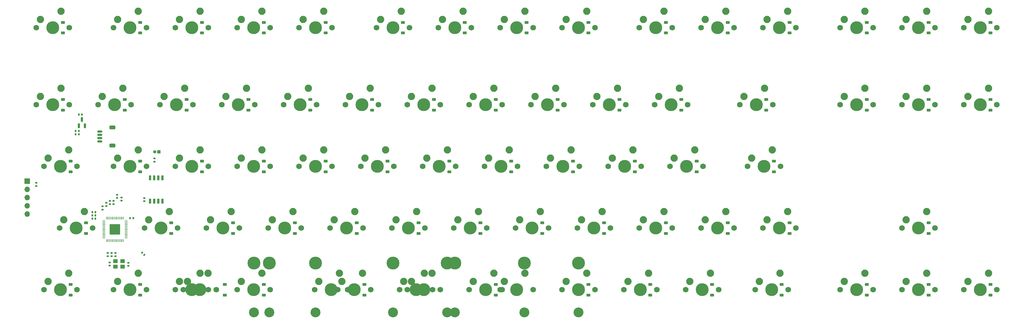
<source format=gbr>
%TF.GenerationSoftware,KiCad,Pcbnew,(7.0.0-0)*%
%TF.CreationDate,2023-07-19T11:54:47-04:00*%
%TF.ProjectId,meadowstumble,6d656164-6f77-4737-9475-6d626c652e6b,rev?*%
%TF.SameCoordinates,Original*%
%TF.FileFunction,Soldermask,Bot*%
%TF.FilePolarity,Negative*%
%FSLAX46Y46*%
G04 Gerber Fmt 4.6, Leading zero omitted, Abs format (unit mm)*
G04 Created by KiCad (PCBNEW (7.0.0-0)) date 2023-07-19 11:54:47*
%MOMM*%
%LPD*%
G01*
G04 APERTURE LIST*
G04 Aperture macros list*
%AMRoundRect*
0 Rectangle with rounded corners*
0 $1 Rounding radius*
0 $2 $3 $4 $5 $6 $7 $8 $9 X,Y pos of 4 corners*
0 Add a 4 corners polygon primitive as box body*
4,1,4,$2,$3,$4,$5,$6,$7,$8,$9,$2,$3,0*
0 Add four circle primitives for the rounded corners*
1,1,$1+$1,$2,$3*
1,1,$1+$1,$4,$5*
1,1,$1+$1,$6,$7*
1,1,$1+$1,$8,$9*
0 Add four rect primitives between the rounded corners*
20,1,$1+$1,$2,$3,$4,$5,0*
20,1,$1+$1,$4,$5,$6,$7,0*
20,1,$1+$1,$6,$7,$8,$9,0*
20,1,$1+$1,$8,$9,$2,$3,0*%
G04 Aperture macros list end*
%ADD10C,3.987800*%
%ADD11C,3.048000*%
%ADD12C,1.750000*%
%ADD13C,2.250000*%
%ADD14RoundRect,0.135000X-0.185000X0.135000X-0.185000X-0.135000X0.185000X-0.135000X0.185000X0.135000X0*%
%ADD15RoundRect,0.140000X0.170000X-0.140000X0.170000X0.140000X-0.170000X0.140000X-0.170000X-0.140000X0*%
%ADD16RoundRect,0.140000X0.140000X0.170000X-0.140000X0.170000X-0.140000X-0.170000X0.140000X-0.170000X0*%
%ADD17RoundRect,0.225000X0.375000X-0.225000X0.375000X0.225000X-0.375000X0.225000X-0.375000X-0.225000X0*%
%ADD18RoundRect,0.140000X-0.140000X-0.170000X0.140000X-0.170000X0.140000X0.170000X-0.140000X0.170000X0*%
%ADD19RoundRect,0.135000X0.185000X-0.135000X0.185000X0.135000X-0.185000X0.135000X-0.185000X-0.135000X0*%
%ADD20R,1.400000X1.200000*%
%ADD21RoundRect,0.140000X-0.170000X0.140000X-0.170000X-0.140000X0.170000X-0.140000X0.170000X0.140000X0*%
%ADD22RoundRect,0.150000X-0.150000X0.650000X-0.150000X-0.650000X0.150000X-0.650000X0.150000X0.650000X0*%
%ADD23RoundRect,0.050000X0.387500X0.050000X-0.387500X0.050000X-0.387500X-0.050000X0.387500X-0.050000X0*%
%ADD24RoundRect,0.050000X0.050000X0.387500X-0.050000X0.387500X-0.050000X-0.387500X0.050000X-0.387500X0*%
%ADD25RoundRect,0.144000X1.456000X1.456000X-1.456000X1.456000X-1.456000X-1.456000X1.456000X-1.456000X0*%
%ADD26R,1.000000X1.000000*%
%ADD27O,1.000000X1.000000*%
%ADD28R,1.700000X1.700000*%
%ADD29O,1.700000X1.700000*%
%ADD30RoundRect,0.150000X0.150000X-0.587500X0.150000X0.587500X-0.150000X0.587500X-0.150000X-0.587500X0*%
%ADD31RoundRect,0.140000X-0.219203X-0.021213X-0.021213X-0.219203X0.219203X0.021213X0.021213X0.219203X0*%
%ADD32RoundRect,0.150000X-0.625000X0.150000X-0.625000X-0.150000X0.625000X-0.150000X0.625000X0.150000X0*%
%ADD33RoundRect,0.250000X-0.650000X0.350000X-0.650000X-0.350000X0.650000X-0.350000X0.650000X0.350000X0*%
G04 APERTURE END LIST*
D10*
%TO.C,MX60*%
X217350000Y-157220000D03*
X122100000Y-157220000D03*
D11*
X217350000Y-172460000D03*
X122100000Y-172460000D03*
D12*
X174805000Y-165475000D03*
X164645000Y-165475000D03*
D13*
X165915000Y-162935000D03*
D10*
X169725000Y-165475000D03*
D13*
X172265000Y-160395000D03*
%TD*%
D10*
%TO.C,MX61*%
X217350000Y-157220000D03*
X179250000Y-157220000D03*
D11*
X217350000Y-172460000D03*
X179250000Y-172460000D03*
D12*
X203380000Y-165475000D03*
X193220000Y-165475000D03*
D10*
X198300000Y-165475000D03*
D13*
X194490000Y-162935000D03*
X200840000Y-160395000D03*
%TD*%
D10*
%TO.C,MX60*%
X160200000Y-157220000D03*
X122100000Y-157220000D03*
D11*
X160200000Y-172460000D03*
X122100000Y-172460000D03*
D12*
X146230000Y-165475000D03*
X136070000Y-165475000D03*
D10*
X141150000Y-165475000D03*
D13*
X137340000Y-162935000D03*
X143690000Y-160395000D03*
%TD*%
D12*
%TO.C,MX58*%
X105748750Y-165475000D03*
X95588750Y-165475000D03*
D13*
X96858750Y-162935000D03*
D10*
X100668750Y-165475000D03*
D13*
X103208750Y-160395000D03*
%TD*%
D10*
%TO.C,MX60*%
X217343650Y-157220000D03*
X117343850Y-157220000D03*
D11*
X217343650Y-172460000D03*
X117343850Y-172460000D03*
D12*
X172423750Y-165475000D03*
X162263750Y-165475000D03*
D13*
X163533750Y-162935000D03*
D10*
X167343750Y-165475000D03*
D13*
X169883750Y-160395000D03*
%TD*%
D12*
%TO.C,MX20*%
X126545000Y-108325000D03*
D10*
X131625000Y-108325000D03*
D12*
X136705000Y-108325000D03*
D13*
X127815000Y-105785000D03*
X134165000Y-103245000D03*
%TD*%
D12*
%TO.C,MX23*%
X183695000Y-108325000D03*
D10*
X188775000Y-108325000D03*
D12*
X193855000Y-108325000D03*
D13*
X184965000Y-105785000D03*
X191315000Y-103245000D03*
%TD*%
D12*
%TO.C,MX27*%
X267038750Y-108325000D03*
D10*
X272118750Y-108325000D03*
D12*
X277198750Y-108325000D03*
D13*
X268308750Y-105785000D03*
X274658750Y-103245000D03*
%TD*%
D12*
%TO.C,MX36*%
X150357500Y-127375000D03*
D10*
X155437500Y-127375000D03*
D12*
X160517500Y-127375000D03*
D13*
X151627500Y-124835000D03*
X157977500Y-122295000D03*
%TD*%
D12*
%TO.C,MX53*%
X255132500Y-146425000D03*
D10*
X260212500Y-146425000D03*
D12*
X265292500Y-146425000D03*
D13*
X256402500Y-143885000D03*
X262752500Y-141345000D03*
%TD*%
D12*
%TO.C,MX49*%
X178932500Y-146425000D03*
D10*
X184012500Y-146425000D03*
D12*
X189092500Y-146425000D03*
D13*
X180202500Y-143885000D03*
X186552500Y-141345000D03*
%TD*%
D12*
%TO.C,MX10*%
X236082500Y-84512500D03*
D10*
X241162500Y-84512500D03*
D12*
X246242500Y-84512500D03*
D13*
X237352500Y-81972500D03*
X243702500Y-79432500D03*
%TD*%
D12*
%TO.C,MX6*%
X155120000Y-84512500D03*
D10*
X160200000Y-84512500D03*
D12*
X165280000Y-84512500D03*
D13*
X156390000Y-81972500D03*
X162740000Y-79432500D03*
%TD*%
D12*
%TO.C,MX32*%
X74157500Y-127375000D03*
D10*
X79237500Y-127375000D03*
D12*
X84317500Y-127375000D03*
D13*
X75427500Y-124835000D03*
X81777500Y-122295000D03*
%TD*%
D12*
%TO.C,MX24*%
X202745000Y-108325000D03*
D10*
X207825000Y-108325000D03*
D12*
X212905000Y-108325000D03*
D13*
X204015000Y-105785000D03*
X210365000Y-103245000D03*
%TD*%
D12*
%TO.C,MX65*%
X271801250Y-165475000D03*
D10*
X276881250Y-165475000D03*
D12*
X281961250Y-165475000D03*
D13*
X273071250Y-162935000D03*
X279421250Y-160395000D03*
%TD*%
D12*
%TO.C,MX19*%
X107495000Y-108325000D03*
D10*
X112575000Y-108325000D03*
D12*
X117655000Y-108325000D03*
D13*
X108765000Y-105785000D03*
X115115000Y-103245000D03*
%TD*%
D12*
%TO.C,MX17*%
X69395000Y-108325000D03*
D10*
X74475000Y-108325000D03*
D12*
X79555000Y-108325000D03*
D13*
X70665000Y-105785000D03*
X77015000Y-103245000D03*
%TD*%
D12*
%TO.C,MX21*%
X145595000Y-108325000D03*
D10*
X150675000Y-108325000D03*
D12*
X155755000Y-108325000D03*
D13*
X146865000Y-105785000D03*
X153215000Y-103245000D03*
%TD*%
D12*
%TO.C,MX44*%
X83682500Y-146425000D03*
D10*
X88762500Y-146425000D03*
D12*
X93842500Y-146425000D03*
D13*
X84952500Y-143885000D03*
X91302500Y-141345000D03*
%TD*%
D12*
%TO.C,MX5*%
X131307500Y-84512500D03*
D10*
X136387500Y-84512500D03*
D12*
X141467500Y-84512500D03*
D13*
X132577500Y-81972500D03*
X138927500Y-79432500D03*
%TD*%
D12*
%TO.C,MX47*%
X140832500Y-146425000D03*
D10*
X145912500Y-146425000D03*
D12*
X150992500Y-146425000D03*
D13*
X142102500Y-143885000D03*
X148452500Y-141345000D03*
%TD*%
D12*
%TO.C,MX56*%
X52726250Y-165475000D03*
D10*
X57806250Y-165475000D03*
D12*
X62886250Y-165475000D03*
D13*
X53996250Y-162935000D03*
X60346250Y-160395000D03*
%TD*%
D12*
%TO.C,MX45*%
X102732500Y-146425000D03*
D10*
X107812500Y-146425000D03*
D12*
X112892500Y-146425000D03*
D13*
X104002500Y-143885000D03*
X110352500Y-141345000D03*
%TD*%
D12*
%TO.C,MX64*%
X250370000Y-165475000D03*
D10*
X255450000Y-165475000D03*
D12*
X260530000Y-165475000D03*
D13*
X251640000Y-162935000D03*
X257990000Y-160395000D03*
%TD*%
D12*
%TO.C,MX41*%
X245607500Y-127375000D03*
D10*
X250687500Y-127375000D03*
D12*
X255767500Y-127375000D03*
D13*
X246877500Y-124835000D03*
X253227500Y-122295000D03*
%TD*%
D12*
%TO.C,MX13*%
X297995000Y-84512500D03*
D10*
X303075000Y-84512500D03*
D12*
X308155000Y-84512500D03*
D13*
X299265000Y-81972500D03*
X305615000Y-79432500D03*
%TD*%
D12*
%TO.C,MX57*%
X74157500Y-165475000D03*
D10*
X79237500Y-165475000D03*
D12*
X84317500Y-165475000D03*
D13*
X75427500Y-162935000D03*
X81777500Y-160395000D03*
%TD*%
D10*
%TO.C,MX61*%
X176868750Y-157220000D03*
D11*
X176868750Y-172460000D03*
D12*
X183695000Y-165475000D03*
D10*
X188775000Y-165475000D03*
D12*
X193855000Y-165475000D03*
D10*
X200681250Y-157220000D03*
D11*
X200681250Y-172460000D03*
D13*
X184965000Y-162935000D03*
X191315000Y-160395000D03*
%TD*%
D12*
%TO.C,MX67*%
X317045000Y-165475000D03*
D10*
X322125000Y-165475000D03*
D12*
X327205000Y-165475000D03*
D13*
X318315000Y-162935000D03*
X324665000Y-160395000D03*
%TD*%
D12*
%TO.C,MX39*%
X207507500Y-127375000D03*
D10*
X212587500Y-127375000D03*
D12*
X217667500Y-127375000D03*
D13*
X208777500Y-124835000D03*
X215127500Y-122295000D03*
%TD*%
D12*
%TO.C,MX1*%
X50345000Y-84512500D03*
D10*
X55425000Y-84512500D03*
D12*
X60505000Y-84512500D03*
D13*
X51615000Y-81972500D03*
X57965000Y-79432500D03*
%TD*%
D12*
%TO.C,MX12*%
X274182500Y-84512500D03*
D10*
X279262500Y-84512500D03*
D12*
X284342500Y-84512500D03*
D13*
X275452500Y-81972500D03*
X281802500Y-79432500D03*
%TD*%
D12*
%TO.C,MX7*%
X174170000Y-84512500D03*
D10*
X179250000Y-84512500D03*
D12*
X184330000Y-84512500D03*
D13*
X175440000Y-81972500D03*
X181790000Y-79432500D03*
%TD*%
D12*
%TO.C,MX2*%
X74157500Y-84512500D03*
D10*
X79237500Y-84512500D03*
D12*
X84317500Y-84512500D03*
D13*
X75427500Y-81972500D03*
X81777500Y-79432500D03*
%TD*%
D12*
%TO.C,MX48*%
X159882500Y-146425000D03*
D10*
X164962500Y-146425000D03*
D12*
X170042500Y-146425000D03*
D13*
X161152500Y-143885000D03*
X167502500Y-141345000D03*
%TD*%
D12*
%TO.C,MX3*%
X93207500Y-84512500D03*
D10*
X98287500Y-84512500D03*
D12*
X103367500Y-84512500D03*
D13*
X94477500Y-81972500D03*
X100827500Y-79432500D03*
%TD*%
D12*
%TO.C,MX18*%
X88445000Y-108325000D03*
D10*
X93525000Y-108325000D03*
D12*
X98605000Y-108325000D03*
D13*
X89715000Y-105785000D03*
X96065000Y-103245000D03*
%TD*%
D12*
%TO.C,MX58*%
X93207500Y-165475000D03*
D10*
X98287500Y-165475000D03*
D12*
X103367500Y-165475000D03*
D13*
X94477500Y-162935000D03*
X100827500Y-160395000D03*
%TD*%
D12*
%TO.C,MX40*%
X226557500Y-127375000D03*
D10*
X231637500Y-127375000D03*
D12*
X236717500Y-127375000D03*
D13*
X227827500Y-124835000D03*
X234177500Y-122295000D03*
%TD*%
D12*
%TO.C,MX35*%
X131307500Y-127375000D03*
D10*
X136387500Y-127375000D03*
D12*
X141467500Y-127375000D03*
D13*
X132577500Y-124835000D03*
X138927500Y-122295000D03*
%TD*%
D12*
%TO.C,MX28*%
X297995000Y-108325000D03*
D10*
X303075000Y-108325000D03*
D12*
X308155000Y-108325000D03*
D13*
X299265000Y-105785000D03*
X305615000Y-103245000D03*
%TD*%
D12*
%TO.C,MX25*%
X221795000Y-108325000D03*
D10*
X226875000Y-108325000D03*
D12*
X231955000Y-108325000D03*
D13*
X223065000Y-105785000D03*
X229415000Y-103245000D03*
%TD*%
D12*
%TO.C,MX54*%
X274182500Y-146425000D03*
D10*
X279262500Y-146425000D03*
D12*
X284342500Y-146425000D03*
D13*
X275452500Y-143885000D03*
X281802500Y-141345000D03*
%TD*%
D12*
%TO.C,MX46*%
X121782500Y-146425000D03*
D10*
X126862500Y-146425000D03*
D12*
X131942500Y-146425000D03*
D13*
X123052500Y-143885000D03*
X129402500Y-141345000D03*
%TD*%
D12*
%TO.C,MX15*%
X336095000Y-84512500D03*
D10*
X341175000Y-84512500D03*
D12*
X346255000Y-84512500D03*
D13*
X337365000Y-81972500D03*
X343715000Y-79432500D03*
%TD*%
D12*
%TO.C,MX59*%
X112257500Y-165475000D03*
D10*
X117337500Y-165475000D03*
D12*
X122417500Y-165475000D03*
D13*
X113527500Y-162935000D03*
X119877500Y-160395000D03*
%TD*%
D12*
%TO.C,MX63*%
X231320000Y-165475000D03*
D10*
X236400000Y-165475000D03*
D12*
X241480000Y-165475000D03*
D13*
X232590000Y-162935000D03*
X238940000Y-160395000D03*
%TD*%
D12*
%TO.C,MX11*%
X255132500Y-84512500D03*
D10*
X260212500Y-84512500D03*
D12*
X265292500Y-84512500D03*
D13*
X256402500Y-81972500D03*
X262752500Y-79432500D03*
%TD*%
D12*
%TO.C,MX22*%
X164645000Y-108325000D03*
D10*
X169725000Y-108325000D03*
D12*
X174805000Y-108325000D03*
D13*
X165915000Y-105785000D03*
X172265000Y-103245000D03*
%TD*%
D12*
%TO.C,MX29*%
X317045000Y-108325000D03*
D10*
X322125000Y-108325000D03*
D12*
X327205000Y-108325000D03*
D13*
X318315000Y-105785000D03*
X324665000Y-103245000D03*
%TD*%
D12*
%TO.C,MX14*%
X317045000Y-84512500D03*
D10*
X322125000Y-84512500D03*
D12*
X327205000Y-84512500D03*
D13*
X318315000Y-81972500D03*
X324665000Y-79432500D03*
%TD*%
D12*
%TO.C,MX30*%
X336095000Y-108325000D03*
D10*
X341175000Y-108325000D03*
D12*
X346255000Y-108325000D03*
D13*
X337365000Y-105785000D03*
X343715000Y-103245000D03*
%TD*%
D12*
%TO.C,MX16*%
X50345000Y-108325000D03*
D10*
X55425000Y-108325000D03*
D12*
X60505000Y-108325000D03*
D13*
X51615000Y-105785000D03*
X57965000Y-103245000D03*
%TD*%
D12*
%TO.C,MX9*%
X212270000Y-84512500D03*
D10*
X217350000Y-84512500D03*
D12*
X222430000Y-84512500D03*
D13*
X213540000Y-81972500D03*
X219890000Y-79432500D03*
%TD*%
D12*
%TO.C,MX68*%
X336095000Y-165475000D03*
D10*
X341175000Y-165475000D03*
D12*
X346255000Y-165475000D03*
D13*
X337365000Y-162935000D03*
X343715000Y-160395000D03*
%TD*%
D12*
%TO.C,MX66*%
X297995000Y-165475000D03*
D10*
X303075000Y-165475000D03*
D12*
X308155000Y-165475000D03*
D13*
X299265000Y-162935000D03*
X305615000Y-160395000D03*
%TD*%
D12*
%TO.C,MX62*%
X212270000Y-165475000D03*
D10*
X217350000Y-165475000D03*
D12*
X222430000Y-165475000D03*
D13*
X213540000Y-162935000D03*
X219890000Y-160395000D03*
%TD*%
D12*
%TO.C,MX31*%
X52726250Y-127375000D03*
D10*
X57806250Y-127375000D03*
D12*
X62886250Y-127375000D03*
D13*
X53996250Y-124835000D03*
X60346250Y-122295000D03*
%TD*%
D12*
%TO.C,MX26*%
X240845000Y-108325000D03*
D10*
X245925000Y-108325000D03*
D12*
X251005000Y-108325000D03*
D13*
X242115000Y-105785000D03*
X248465000Y-103245000D03*
%TD*%
D12*
%TO.C,MX55*%
X317045000Y-146425000D03*
D10*
X322125000Y-146425000D03*
D12*
X327205000Y-146425000D03*
D13*
X318315000Y-143885000D03*
X324665000Y-141345000D03*
%TD*%
D12*
%TO.C,MX33*%
X93207500Y-127375000D03*
D10*
X98287500Y-127375000D03*
D12*
X103367500Y-127375000D03*
D13*
X94477500Y-124835000D03*
X100827500Y-122295000D03*
%TD*%
D12*
%TO.C,MX38*%
X188457500Y-127375000D03*
D10*
X193537500Y-127375000D03*
D12*
X198617500Y-127375000D03*
D13*
X189727500Y-124835000D03*
X196077500Y-122295000D03*
%TD*%
D12*
%TO.C,MX37*%
X169407500Y-127375000D03*
D10*
X174487500Y-127375000D03*
D12*
X179567500Y-127375000D03*
D13*
X170677500Y-124835000D03*
X177027500Y-122295000D03*
%TD*%
D12*
%TO.C,MX52*%
X236082500Y-146425000D03*
D10*
X241162500Y-146425000D03*
D12*
X246242500Y-146425000D03*
D13*
X237352500Y-143885000D03*
X243702500Y-141345000D03*
%TD*%
D12*
%TO.C,MX34*%
X112257500Y-127375000D03*
D10*
X117337500Y-127375000D03*
D12*
X122417500Y-127375000D03*
D13*
X113527500Y-124835000D03*
X119877500Y-122295000D03*
%TD*%
D12*
%TO.C,MX51*%
X217032500Y-146425000D03*
D10*
X222112500Y-146425000D03*
D12*
X227192500Y-146425000D03*
D13*
X218302500Y-143885000D03*
X224652500Y-141345000D03*
%TD*%
D10*
%TO.C,MX60*%
X136387500Y-157220000D03*
D11*
X136387500Y-172460000D03*
D12*
X143213750Y-165475000D03*
D10*
X148293750Y-165475000D03*
D12*
X153373750Y-165475000D03*
D10*
X160200000Y-157220000D03*
D11*
X160200000Y-172460000D03*
D13*
X144483750Y-162935000D03*
X150833750Y-160395000D03*
%TD*%
D12*
%TO.C,MX4*%
X112257500Y-84512500D03*
D10*
X117337500Y-84512500D03*
D12*
X122417500Y-84512500D03*
D13*
X113527500Y-81972500D03*
X119877500Y-79432500D03*
%TD*%
D12*
%TO.C,MX50*%
X197982500Y-146425000D03*
D10*
X203062500Y-146425000D03*
D12*
X208142500Y-146425000D03*
D13*
X199252500Y-143885000D03*
X205602500Y-141345000D03*
%TD*%
D12*
%TO.C,MX42*%
X269420000Y-127375000D03*
D10*
X274500000Y-127375000D03*
D12*
X279580000Y-127375000D03*
D13*
X270690000Y-124835000D03*
X277040000Y-122295000D03*
%TD*%
D12*
%TO.C,MX43*%
X57488750Y-146425000D03*
D10*
X62568750Y-146425000D03*
D12*
X67648750Y-146425000D03*
D13*
X58758750Y-143885000D03*
X65108750Y-141345000D03*
%TD*%
D12*
%TO.C,MX8*%
X193220000Y-84512500D03*
D10*
X198300000Y-84512500D03*
D12*
X203380000Y-84512500D03*
D13*
X194490000Y-81972500D03*
X200840000Y-79432500D03*
%TD*%
D14*
%TO.C,R_Flash1*%
X86750000Y-124890000D03*
X86750000Y-125910000D03*
%TD*%
D15*
%TO.C,C_3V-Decoup3*%
X75212500Y-137125000D03*
X75212500Y-136165000D03*
%TD*%
D16*
%TO.C,C_3V-Decoup4*%
X68565000Y-143532500D03*
X67605000Y-143532500D03*
%TD*%
D17*
%TO.C,D14*%
X325225000Y-86162500D03*
X325225000Y-82862500D03*
%TD*%
%TO.C,D46*%
X129962500Y-148075000D03*
X129962500Y-144775000D03*
%TD*%
D14*
%TO.C,R_DATA2*%
X73012500Y-138005000D03*
X73012500Y-139025000D03*
%TD*%
D17*
%TO.C,D53*%
X263312500Y-148075000D03*
X263312500Y-144775000D03*
%TD*%
%TO.C,D23*%
X191875000Y-109975000D03*
X191875000Y-106675000D03*
%TD*%
D18*
%TO.C,C_3V-Decoup6*%
X79232500Y-143325000D03*
X80192500Y-143325000D03*
%TD*%
D19*
%TO.C,R_Crystal1*%
X74712500Y-155125000D03*
X74712500Y-154105000D03*
%TD*%
D17*
%TO.C,D16*%
X58525000Y-109975000D03*
X58525000Y-106675000D03*
%TD*%
%TO.C,D56*%
X60906250Y-167125000D03*
X60906250Y-163825000D03*
%TD*%
%TO.C,D68*%
X344275000Y-167125000D03*
X344275000Y-163825000D03*
%TD*%
%TO.C,D67*%
X325225000Y-167125000D03*
X325225000Y-163825000D03*
%TD*%
%TO.C,D7*%
X182350000Y-86162500D03*
X182350000Y-82862500D03*
%TD*%
D15*
%TO.C,C_3V-Decoup2*%
X70712500Y-140705000D03*
X70712500Y-139745000D03*
%TD*%
D17*
%TO.C,D51*%
X225212500Y-148075000D03*
X225212500Y-144775000D03*
%TD*%
D20*
%TO.C,Y1*%
X74712499Y-156624999D03*
X76912499Y-156624999D03*
X76912499Y-158324999D03*
X74712499Y-158324999D03*
%TD*%
D17*
%TO.C,D41*%
X253787500Y-129025000D03*
X253787500Y-125725000D03*
%TD*%
%TO.C,D34*%
X120437500Y-129025000D03*
X120437500Y-125725000D03*
%TD*%
D16*
%TO.C,C_LD2*%
X63430000Y-116450000D03*
X62470000Y-116450000D03*
%TD*%
D17*
%TO.C,D32*%
X82337500Y-129025000D03*
X82337500Y-125725000D03*
%TD*%
%TO.C,D59*%
X120437500Y-167125000D03*
X120437500Y-163825000D03*
%TD*%
%TO.C,D8*%
X201400000Y-86162500D03*
X201400000Y-82862500D03*
%TD*%
D21*
%TO.C,C_Crystal1*%
X78712500Y-157145000D03*
X78712500Y-158105000D03*
%TD*%
D17*
%TO.C,D57*%
X82337500Y-167125000D03*
X82337500Y-163825000D03*
%TD*%
%TO.C,D50*%
X206162500Y-148075000D03*
X206162500Y-144775000D03*
%TD*%
D22*
%TO.C,U2*%
X85402500Y-130925000D03*
X86672500Y-130925000D03*
X87942500Y-130925000D03*
X89212500Y-130925000D03*
X89212500Y-138125000D03*
X87942500Y-138125000D03*
X86672500Y-138125000D03*
X85402500Y-138125000D03*
%TD*%
D17*
%TO.C,D2*%
X82337500Y-86162500D03*
X82337500Y-82862500D03*
%TD*%
%TO.C,D40*%
X234737500Y-129025000D03*
X234737500Y-125725000D03*
%TD*%
D21*
%TO.C,C_1V-Decoup3*%
X72312500Y-154125000D03*
X72312500Y-155085000D03*
%TD*%
D17*
%TO.C,D5*%
X139487500Y-86162500D03*
X139487500Y-82862500D03*
%TD*%
D15*
%TO.C,C_Crystal2*%
X72912500Y-158025000D03*
X72912500Y-157065000D03*
%TD*%
D17*
%TO.C,D42*%
X277600000Y-129025000D03*
X277600000Y-125725000D03*
%TD*%
%TO.C,D19*%
X115675000Y-109975000D03*
X115675000Y-106675000D03*
%TD*%
D23*
%TO.C,U1*%
X78012500Y-144225000D03*
X78012500Y-144625000D03*
X78012500Y-145025000D03*
X78012500Y-145425000D03*
X78012500Y-145825000D03*
X78012500Y-146225000D03*
X78012500Y-146625000D03*
X78012500Y-147025000D03*
X78012500Y-147425000D03*
X78012500Y-147825000D03*
X78012500Y-148225000D03*
X78012500Y-148625000D03*
X78012500Y-149025000D03*
X78012500Y-149425000D03*
D24*
X77175000Y-150262500D03*
X76775000Y-150262500D03*
X76375000Y-150262500D03*
X75975000Y-150262500D03*
X75575000Y-150262500D03*
X75175000Y-150262500D03*
X74775000Y-150262500D03*
X74375000Y-150262500D03*
X73975000Y-150262500D03*
X73575000Y-150262500D03*
X73175000Y-150262500D03*
X72775000Y-150262500D03*
X72375000Y-150262500D03*
X71975000Y-150262500D03*
D23*
X71137500Y-149425000D03*
X71137500Y-149025000D03*
X71137500Y-148625000D03*
X71137500Y-148225000D03*
X71137500Y-147825000D03*
X71137500Y-147425000D03*
X71137500Y-147025000D03*
X71137500Y-146625000D03*
X71137500Y-146225000D03*
X71137500Y-145825000D03*
X71137500Y-145425000D03*
X71137500Y-145025000D03*
X71137500Y-144625000D03*
X71137500Y-144225000D03*
D24*
X71975000Y-143387500D03*
X72375000Y-143387500D03*
X72775000Y-143387500D03*
X73175000Y-143387500D03*
X73575000Y-143387500D03*
X73975000Y-143387500D03*
X74375000Y-143387500D03*
X74775000Y-143387500D03*
X75175000Y-143387500D03*
X75575000Y-143387500D03*
X75975000Y-143387500D03*
X76375000Y-143387500D03*
X76775000Y-143387500D03*
X77175000Y-143387500D03*
D25*
X74575000Y-146825000D03*
%TD*%
D17*
%TO.C,D6*%
X163300000Y-86162500D03*
X163300000Y-82862500D03*
%TD*%
%TO.C,D44*%
X91862500Y-148075000D03*
X91862500Y-144775000D03*
%TD*%
%TO.C,D63*%
X239500000Y-167125000D03*
X239500000Y-163825000D03*
%TD*%
%TO.C,D33*%
X101387500Y-129025000D03*
X101387500Y-125725000D03*
%TD*%
%TO.C,D24*%
X210925000Y-109975000D03*
X210925000Y-106675000D03*
%TD*%
D16*
%TO.C,C_3V-Decoup1*%
X63430000Y-117450000D03*
X62470000Y-117450000D03*
%TD*%
D17*
%TO.C,D52*%
X244262500Y-148075000D03*
X244262500Y-144775000D03*
%TD*%
%TO.C,D21*%
X153775000Y-109975000D03*
X153775000Y-106675000D03*
%TD*%
%TO.C,D15*%
X344275000Y-86162500D03*
X344275000Y-82862500D03*
%TD*%
%TO.C,D37*%
X177587500Y-129025000D03*
X177587500Y-125725000D03*
%TD*%
%TO.C,D61*%
X191875000Y-167125000D03*
X191875000Y-163825000D03*
%TD*%
%TO.C,D31*%
X60906250Y-129025000D03*
X60906250Y-125725000D03*
%TD*%
%TO.C,D60*%
X151393750Y-167125000D03*
X151393750Y-163825000D03*
%TD*%
%TO.C,D4*%
X120437500Y-86162500D03*
X120437500Y-82862500D03*
%TD*%
D15*
%TO.C,C_1V-Decoup2*%
X76612500Y-137925000D03*
X76612500Y-136965000D03*
%TD*%
D17*
%TO.C,D66*%
X306175000Y-167125000D03*
X306175000Y-163825000D03*
%TD*%
D26*
%TO.C,SW1*%
X88049999Y-122849999D03*
D27*
X86779999Y-122849999D03*
%TD*%
D17*
%TO.C,D49*%
X187112500Y-148075000D03*
X187112500Y-144775000D03*
%TD*%
%TO.C,D62*%
X220450000Y-167125000D03*
X220450000Y-163825000D03*
%TD*%
%TO.C,D36*%
X158537500Y-129025000D03*
X158537500Y-125725000D03*
%TD*%
%TO.C,D64*%
X258550000Y-167125000D03*
X258550000Y-163825000D03*
%TD*%
%TO.C,D20*%
X134725000Y-109975000D03*
X134725000Y-106675000D03*
%TD*%
D16*
%TO.C,C_LD1*%
X64410000Y-111350000D03*
X63450000Y-111350000D03*
%TD*%
D17*
%TO.C,D39*%
X215687500Y-129025000D03*
X215687500Y-125725000D03*
%TD*%
D14*
%TO.C,R_DATA1*%
X74112500Y-138005000D03*
X74112500Y-139025000D03*
%TD*%
D17*
%TO.C,D10*%
X244262500Y-86162500D03*
X244262500Y-82862500D03*
%TD*%
D19*
%TO.C,R_RST1*%
X50362500Y-133485000D03*
X50362500Y-132465000D03*
%TD*%
D28*
%TO.C,J2*%
X47512499Y-131949999D03*
D29*
X47512499Y-134489999D03*
X47512499Y-137029999D03*
X47512499Y-139569999D03*
X47512499Y-142109999D03*
%TD*%
D17*
%TO.C,D47*%
X149012500Y-148075000D03*
X149012500Y-144775000D03*
%TD*%
D30*
%TO.C,U3*%
X65350000Y-114787500D03*
X63450000Y-114787500D03*
X64400000Y-112912500D03*
%TD*%
D17*
%TO.C,D48*%
X168062500Y-148075000D03*
X168062500Y-144775000D03*
%TD*%
D16*
%TO.C,C_3V-Decoup7*%
X68565000Y-141532500D03*
X67605000Y-141532500D03*
%TD*%
D17*
%TO.C,D13*%
X306175000Y-86162500D03*
X306175000Y-82862500D03*
%TD*%
D15*
%TO.C,C_1V-Decoup1*%
X71912500Y-139605000D03*
X71912500Y-138645000D03*
%TD*%
D17*
%TO.C,D35*%
X139487500Y-129025000D03*
X139487500Y-125725000D03*
%TD*%
%TO.C,D17*%
X77575000Y-109975000D03*
X77575000Y-106675000D03*
%TD*%
%TO.C,D3*%
X101387500Y-86162500D03*
X101387500Y-82862500D03*
%TD*%
D31*
%TO.C,C_3V-Decoup9*%
X82910589Y-154060589D03*
X83589411Y-154739411D03*
%TD*%
D17*
%TO.C,D18*%
X96625000Y-109975000D03*
X96625000Y-106675000D03*
%TD*%
D15*
%TO.C,C_Flash1*%
X83612500Y-138125000D03*
X83612500Y-137165000D03*
%TD*%
D17*
%TO.C,D22*%
X172825000Y-109975000D03*
X172825000Y-106675000D03*
%TD*%
%TO.C,D26*%
X249025000Y-109975000D03*
X249025000Y-106675000D03*
%TD*%
%TO.C,D30*%
X344275000Y-109975000D03*
X344275000Y-106675000D03*
%TD*%
D21*
%TO.C,C_3V-Decoup8*%
X73512500Y-154125000D03*
X73512500Y-155085000D03*
%TD*%
D17*
%TO.C,D1*%
X58525000Y-86162500D03*
X58525000Y-82862500D03*
%TD*%
D16*
%TO.C,C_3V-Decoup5*%
X68565000Y-142532500D03*
X67605000Y-142532500D03*
%TD*%
D17*
%TO.C,D54*%
X282362500Y-148075000D03*
X282362500Y-144775000D03*
%TD*%
%TO.C,D11*%
X263312500Y-86162500D03*
X263312500Y-82862500D03*
%TD*%
%TO.C,D12*%
X282362500Y-86162500D03*
X282362500Y-82862500D03*
%TD*%
%TO.C,D9*%
X220450000Y-86162500D03*
X220450000Y-82862500D03*
%TD*%
%TO.C,D27*%
X275218750Y-109975000D03*
X275218750Y-106675000D03*
%TD*%
%TO.C,D65*%
X279981250Y-167125000D03*
X279981250Y-163825000D03*
%TD*%
%TO.C,D43*%
X65668750Y-148075000D03*
X65668750Y-144775000D03*
%TD*%
%TO.C,D38*%
X196637500Y-129025000D03*
X196637500Y-125725000D03*
%TD*%
%TO.C,D58*%
X108387500Y-167125000D03*
X108387500Y-163825000D03*
%TD*%
%TO.C,D45*%
X110912500Y-148075000D03*
X110912500Y-144775000D03*
%TD*%
%TO.C,D55*%
X325225000Y-148075000D03*
X325225000Y-144775000D03*
%TD*%
%TO.C,D29*%
X325225000Y-109975000D03*
X325225000Y-106675000D03*
%TD*%
%TO.C,D25*%
X229975000Y-109975000D03*
X229975000Y-106675000D03*
%TD*%
D32*
%TO.C,J1*%
X69912500Y-116625000D03*
X69912500Y-117625000D03*
X69912500Y-118625000D03*
X69912500Y-119625000D03*
D33*
X73787500Y-115325000D03*
X73787500Y-120925000D03*
%TD*%
D17*
%TO.C,D28*%
X306175000Y-109975000D03*
X306175000Y-106675000D03*
%TD*%
M02*

</source>
